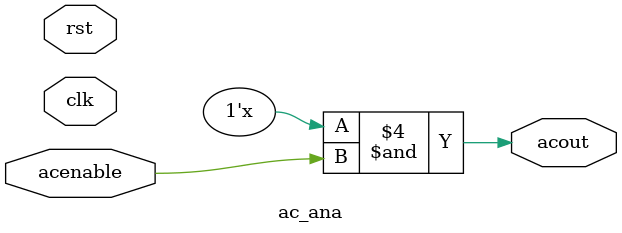
<source format=sv>


// Contributed by M W Lund, Atmel Corporation.

module ac_ana
// #( parameter
//      ID = 1 )
 (
  // ***************************************************************************
  // Module Interface (interfaces, outputs, and inputs)
  // ***************************************************************************

  // **** Interfaces ****
  pads_if.mp_ana  padsif,


  // **** Outputs ****
  output logic       acout,


  // **** Inputs ****
  input  logic       acenable,


  // - System -
  input  logic       clk,
  input  logic       rst
 );

  // ***************************************************************************
  // Analog Model
  // ***************************************************************************

  assign acout = (padsif.ana[1] - padsif.ana[2]) & acenable;

  assign padsif.ana_override[1] = 1'b0;
  assign padsif.ana_override[2] = 1'b0;


endmodule // ac_ana

</source>
